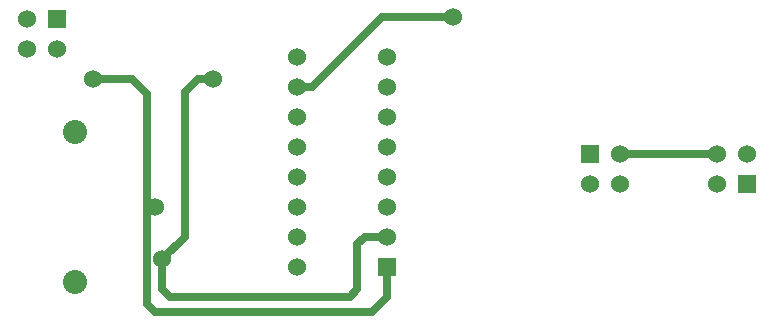
<source format=gbr>
G04 start of page 3 for group 1 idx 2 *
G04 Title: (unknown), power *
G04 Creator: pcb 1.99z *
G04 CreationDate: Wed 03 Jul 2013 06:17:13 PM GMT UTC *
G04 For: commonadmin *
G04 Format: Gerber/RS-274X *
G04 PCB-Dimensions: 600000 500000 *
G04 PCB-Coordinate-Origin: lower left *
%MOIN*%
%FSLAX25Y25*%
%LNBOTTOM*%
%ADD31C,0.0380*%
%ADD30C,0.0280*%
%ADD29C,0.0590*%
%ADD28C,0.0350*%
%ADD27C,0.0001*%
%ADD26C,0.0600*%
%ADD25C,0.0800*%
%ADD24C,0.0250*%
G54D24*X192500Y232500D02*X190000Y235000D01*
X192500Y232500D02*X252500D01*
X190000Y235000D02*Y245000D01*
X252500Y232500D02*X255000Y235000D01*
Y250000D01*
X257500Y252500D01*
X265000D01*
Y242500D02*Y232500D01*
X375000Y280000D02*X342500D01*
X190000Y245000D02*X197500Y252500D01*
X201810Y305000D02*X206810D01*
X166810D02*X180000D01*
X185000Y300000D01*
X197500Y252500D02*Y300690D01*
X201810Y305000D01*
X265000Y232500D02*X260000Y227500D01*
X286810Y325690D02*X263190D01*
X240000Y302500D01*
X235000D01*
X260000Y227500D02*X187500D01*
X185000Y230000D01*
Y260000D02*X187500Y262500D01*
X185000Y230000D02*Y300000D01*
G54D25*X160800Y287500D03*
Y237300D03*
G54D26*X235000Y312500D03*
Y302500D03*
Y292500D03*
Y282500D03*
Y272500D03*
Y262500D03*
Y252500D03*
Y242500D03*
G54D27*G36*
X152000Y328000D02*Y322000D01*
X158000D01*
Y328000D01*
X152000D01*
G37*
G54D26*X155000Y315000D03*
X145000Y325000D03*
Y315000D03*
G54D27*G36*
X262000Y245500D02*Y239500D01*
X268000D01*
Y245500D01*
X262000D01*
G37*
G54D26*X265000Y252500D03*
Y262500D03*
Y272500D03*
Y282500D03*
Y292500D03*
Y302500D03*
Y312500D03*
G54D27*G36*
X329500Y283000D02*Y277000D01*
X335500D01*
Y283000D01*
X329500D01*
G37*
G54D26*X342500Y280000D03*
X385000D03*
X375000D03*
X332500Y270000D03*
X342500D03*
G54D27*G36*
X382000Y273000D02*Y267000D01*
X388000D01*
Y273000D01*
X382000D01*
G37*
G54D26*X375000Y270000D03*
X190000Y245000D03*
X187500Y262500D03*
X206810Y305000D03*
X166810D03*
X286810Y325690D03*
G54D28*G54D29*G54D30*G54D31*G54D30*G54D31*M02*

</source>
